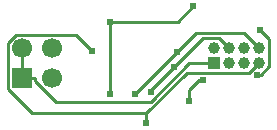
<source format=gbl>
G04 Layer: BottomLayer*
G04 EasyEDA v6.5.37, 2023-10-24 21:26:48*
G04 13e8901b193045539208411a1789d2c4,c6048ea56b6a48849a206ead02f041ac,10*
G04 Gerber Generator version 0.2*
G04 Scale: 100 percent, Rotated: No, Reflected: No *
G04 Dimensions in millimeters *
G04 leading zeros omitted , absolute positions ,4 integer and 5 decimal *
%FSLAX45Y45*%
%MOMM*%

%ADD10C,0.2540*%
%ADD11R,1.7000X1.7000*%
%ADD12C,1.7000*%
%ADD13C,1.0000*%
%ADD14R,1.0000X1.0000*%
%ADD15C,0.6100*%

%LPD*%
D10*
X1843531Y7878721D02*
G01*
X2202027Y8237217D01*
X2202027Y8238284D01*
X2895600Y8267697D02*
G01*
X2766161Y8397135D01*
X2360879Y8397135D01*
X2202027Y8238284D01*
X2514600Y8140697D02*
G01*
X2304922Y8140697D01*
X1978939Y7814713D01*
X1172667Y7814713D01*
X1001903Y7985478D01*
X1001903Y8013697D01*
X889000Y8013697D02*
G01*
X1001903Y8013697D01*
X889000Y8267697D02*
G01*
X889000Y8013697D01*
X2876499Y8041129D02*
G01*
X2911551Y8041129D01*
X2982849Y8112427D01*
X2982849Y8340646D01*
X2904337Y8419157D01*
X1635379Y8491141D02*
G01*
X1635379Y7881312D01*
X1633804Y8491928D02*
G01*
X1634591Y8491141D01*
X1635379Y8491141D01*
X1635379Y8491141D02*
G01*
X2205609Y8491141D01*
X2335936Y8621468D01*
X2641600Y8267697D02*
G01*
X2556967Y8352330D01*
X2419324Y8352330D01*
X2177034Y8110039D01*
X2177034Y8110039D02*
G01*
X1977288Y7910294D01*
X1977288Y7896806D01*
X2422118Y8000870D02*
G01*
X2387727Y8000870D01*
X2303322Y7916466D01*
X2303322Y7817050D01*
X1938680Y7716771D02*
G01*
X1938680Y7630538D01*
X1938680Y7716771D02*
G01*
X972057Y7716771D01*
X770737Y7918091D01*
X770737Y8311436D01*
X841527Y8382226D01*
X1342440Y8382226D01*
X1484858Y8239808D01*
X2895600Y8140697D02*
G01*
X2893263Y8140697D01*
X2812313Y8059747D01*
X2281656Y8059747D01*
X1938680Y7716771D01*
D11*
G01*
X889000Y8013700D03*
D12*
G01*
X889000Y8267700D03*
G01*
X1143000Y8013700D03*
G01*
X1143000Y8267700D03*
D13*
G01*
X2895600Y8267700D03*
G01*
X2895600Y8140700D03*
G01*
X2768600Y8267700D03*
G01*
X2768600Y8140700D03*
G01*
X2641600Y8267700D03*
G01*
X2641600Y8140700D03*
G01*
X2514600Y8267700D03*
D14*
G01*
X2514600Y8140700D03*
D15*
G01*
X1484858Y8239808D03*
G01*
X1938680Y7630538D03*
G01*
X2422118Y8000870D03*
G01*
X2303322Y7817050D03*
G01*
X1977288Y7896806D03*
G01*
X2177034Y8110039D03*
G01*
X2876499Y8041129D03*
G01*
X2904337Y8419157D03*
G01*
X2335936Y8621468D03*
G01*
X1633804Y8491928D03*
G01*
X1635379Y7881312D03*
G01*
X1843531Y7878721D03*
G01*
X2202027Y8238284D03*
M02*

</source>
